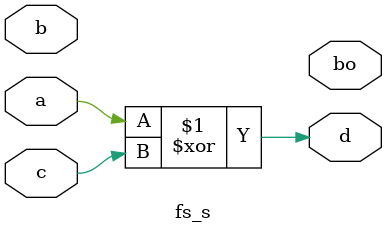
<source format=v>
`timescale 1ns / 1ps
module fs_s(a,b,c,d,bo);
input a,b,c;
output d,bo;
wire t1,t2,t3,t4,t5,t6;

not n1(t1,a);
xor x1(d,a,c);
and a1(t2,t1,c);
and a2(t3,t1,b);
and a3(t4,b,c);
or o1(t5,t2,t3);
or o2(t6,t5,t4);
endmodule

</source>
